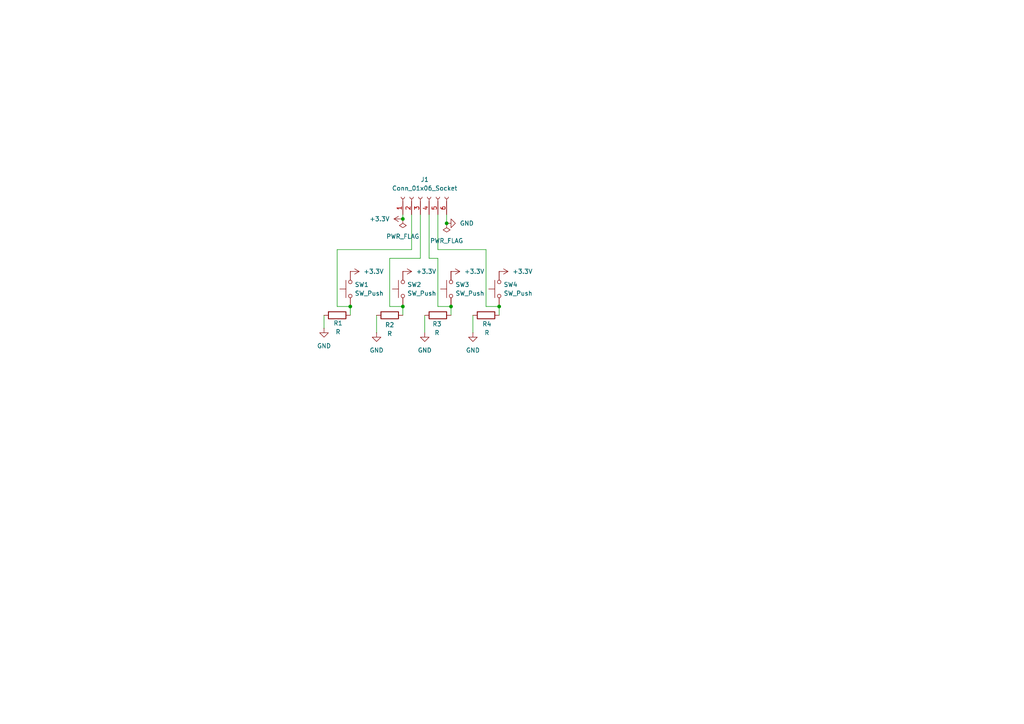
<source format=kicad_sch>
(kicad_sch (version 20250114) (generator "eeschema") (generator_version "9.0")
  (paper "A4")
  (lib_symbols
    (symbol "Connector:Conn_01x06_Socket" (pin_names (offset 1.016) (hide yes))
      (property "Reference" "J" (at 0 7.62 0))
      (property "Value" "Conn_01x06_Socket" (at 0 -10.16 0))
      (symbol "Conn_01x06_Socket_1_1"
        (polyline (pts (xy -1.27 5.08) (xy -0.508 5.08)) (stroke (width 0.1524)))
        (polyline (pts (xy -1.27 2.54) (xy -0.508 2.54)) (stroke (width 0.1524)))
        (polyline (pts (xy -1.27 0) (xy -0.508 0)) (stroke (width 0.1524)))
        (polyline (pts (xy -1.27 -2.54) (xy -0.508 -2.54)) (stroke (width 0.1524)))
        (polyline (pts (xy -1.27 -5.08) (xy -0.508 -5.08)) (stroke (width 0.1524)))
        (polyline (pts (xy -1.27 -7.62) (xy -0.508 -7.62)) (stroke (width 0.1524)))
        (arc (start 0 4.572) (mid -0.5058 5.08) (end 0 5.588) (stroke (width 0.1524)))
        (arc (start 0 2.032) (mid -0.5058 2.54) (end 0 3.048) (stroke (width 0.1524)))
        (arc (start 0 -0.508) (mid -0.5058 0) (end 0 0.508) (stroke (width 0.1524)))
        (arc (start 0 -3.048) (mid -0.5058 -2.54) (end 0 -2.032) (stroke (width 0.1524)))
        (arc (start 0 -5.588) (mid -0.5058 -5.08) (end 0 -4.572) (stroke (width 0.1524)))
        (arc (start 0 -8.128) (mid -0.5058 -7.62) (end 0 -7.112) (stroke (width 0.1524)))
        (pin passive line (at -5.08 5.08 0) (length 3.81) (name "Pin_1") (number "1"))
        (pin passive line (at -5.08 2.54 0) (length 3.81) (name "Pin_2") (number "2"))
        (pin passive line (at -5.08 0 0) (length 3.81) (name "Pin_3") (number "3"))
        (pin passive line (at -5.08 -2.54 0) (length 3.81) (name "Pin_4") (number "4"))
        (pin passive line (at -5.08 -5.08 0) (length 3.81) (name "Pin_5") (number "5"))
        (pin passive line (at -5.08 -7.62 0) (length 3.81) (name "Pin_6") (number "6"))
      )
    )
    (symbol "Device:R" (pin_numbers (hide yes)) (pin_names (offset 0))
      (property "Reference" "R" (at 2.032 0 90))
      (property "Value" "R" (at 0 0 90))
      (symbol "R_0_1"
        (rectangle (start -1.016 -2.54) (end 1.016 2.54) (stroke (width 0.254)))
      )
      (symbol "R_1_1"
        (pin passive line (at 0 3.81 270) (length 1.27) (name "~") (number "1"))
        (pin passive line (at 0 -3.81 90) (length 1.27) (name "~") (number "2"))
      )
    )
    (symbol "Switch:SW_Push" (pin_numbers (hide yes)) (pin_names (offset 1.016) (hide yes))
      (property "Reference" "SW" (at 1.27 2.54 0))
      (property "Value" "SW_Push" (at 0 -1.524 0))
      (symbol "SW_Push_0_1"
        (circle (center -2.032 0) (radius 0.508))
        (polyline (pts (xy 0 1.27) (xy 0 3.048)))
        (circle (center 2.032 0) (radius 0.508))
        (polyline (pts (xy 2.54 1.27) (xy -2.54 1.27)))
        (pin passive line (at -5.08 0 0) (length 2.54) (name "1") (number "1"))
        (pin passive line (at 5.08 0 180) (length 2.54) (name "2") (number "2"))
      )
    )
    (symbol "power:+3.3V" (power) (pin_numbers (hide yes)) (pin_names (offset 0) (hide yes))
      (property "Value" "+3.3V" (at 0 3.556 0))
      (symbol "+3.3V_0_1"
        (polyline (pts (xy -0.762 1.27) (xy 0 2.54)))
        (polyline (pts (xy 0 2.54) (xy 0.762 1.27)))
        (polyline (pts (xy 0 0) (xy 0 2.54)))
      )
      (symbol "+3.3V_1_1"
        (pin power_in line (at 0 0 90) (length 0) (name "~") (number "1"))
      )
    )
    (symbol "power:GND" (power) (pin_numbers (hide yes)) (pin_names (offset 0) (hide yes))
      (property "Value" "GND" (at 0 -3.81 0))
      (symbol "GND_0_1"
        (polyline (pts (xy 0 0) (xy 0 -1.27) (xy 1.27 -1.27) (xy 0 -2.54) (xy -1.27 -1.27) (xy 0 -1.27)))
      )
      (symbol "GND_1_1"
        (pin power_in line (at 0 0 270) (length 0) (name "~") (number "1"))
      )
    )
    (symbol "power:PWR_FLAG" (power) (pin_numbers (hide yes)) (pin_names (offset 0) (hide yes))
      (property "Value" "PWR_FLAG" (at 0 3.81 0))
      (symbol "PWR_FLAG_0_0"
        (pin power_out line (at 0 0 90) (length 0) (name "~") (number "1"))
      )
      (symbol "PWR_FLAG_0_1"
        (polyline (pts (xy 0 0) (xy 0 1.27) (xy -1.016 1.905) (xy 0 2.54) (xy 1.016 1.905) (xy 0 1.27)))
      )
    )
  )
  (junction (at 101.6 88.9))
  (junction (at 144.78 88.9))
  (junction (at 130.81 88.9))
  (junction (at 129.54 64.77))
  (junction (at 116.84 63.5))
  (junction (at 116.84 88.9))
  (wire (pts (xy 121.92 74.93) (xy 113.03 74.93)))
  (wire (pts (xy 93.98 91.44) (xy 93.98 95.25)))
  (wire (pts (xy 127 88.9) (xy 130.81 88.9)))
  (wire (pts (xy 130.81 88.9) (xy 130.81 91.44)))
  (wire (pts (xy 116.84 63.5) (xy 116.84 62.23)))
  (wire (pts (xy 113.03 88.9) (xy 116.84 88.9)))
  (wire (pts (xy 116.84 88.9) (xy 116.84 91.44)))
  (wire (pts (xy 140.97 88.9) (xy 144.78 88.9)))
  (wire (pts (xy 101.6 88.9) (xy 101.6 91.44)))
  (wire (pts (xy 137.16 91.44) (xy 137.16 96.52)))
  (wire (pts (xy 119.38 72.39) (xy 97.79 72.39)))
  (wire (pts (xy 140.97 72.39) (xy 140.97 88.9)))
  (wire (pts (xy 127 72.39) (xy 140.97 72.39)))
  (wire (pts (xy 127 74.93) (xy 127 88.9)))
  (wire (pts (xy 119.38 62.23) (xy 119.38 72.39)))
  (wire (pts (xy 113.03 74.93) (xy 113.03 88.9)))
  (wire (pts (xy 124.46 62.23) (xy 124.46 74.93)))
  (wire (pts (xy 129.54 64.77) (xy 129.54 62.23)))
  (wire (pts (xy 124.46 74.93) (xy 127 74.93)))
  (wire (pts (xy 144.78 88.9) (xy 144.78 91.44)))
  (wire (pts (xy 97.79 72.39) (xy 97.79 88.9)))
  (wire (pts (xy 123.19 91.44) (xy 123.19 96.52)))
  (wire (pts (xy 127 62.23) (xy 127 72.39)))
  (wire (pts (xy 109.22 91.44) (xy 109.22 96.52)))
  (wire (pts (xy 97.79 88.9) (xy 101.6 88.9)))
  (wire (pts (xy 121.92 62.23) (xy 121.92 74.93)))
  (symbol (lib_id "power:+3.3V") (at 101.6 78.74 270) (unit 1)
    (property "Reference" "#PWR07" (effects (hide yes)))
    (property "Value" "+3.3V" (at 105.41 78.7399 90) (effects (justify left)))
    (property "Description" "Power symbol creates a global label with name \"+3.3V\"" (effects (hide yes)))
  )
  (symbol (lib_id "Switch:SW_Push") (at 116.84 83.82 90) (unit 1)
    (property "Reference" "SW2" (at 118.11 82.5499 90) (effects (justify right)))
    (property "Value" "SW_Push" (at 118.11 85.0899 90) (effects (justify right)))
    (property "Footprint" "Button_Switch_THT:SW_PUSH_6mm_H4.3mm" (effects (hide yes)))
    (property "Description" "Push button switch, generic, two pins" (effects (hide yes)))
  )
  (symbol (lib_id "power:+3.3V") (at 144.78 78.74 270) (unit 1)
    (property "Reference" "#PWR010" (effects (hide yes)))
    (property "Value" "+3.3V" (at 148.59 78.7399 90) (effects (justify left)))
    (property "Description" "Power symbol creates a global label with name \"+3.3V\"" (effects (hide yes)))
  )
  (symbol (lib_id "power:+3.3V") (at 116.84 63.5 90) (unit 1)
    (property "Reference" "#PWR06" (effects (hide yes)))
    (property "Value" "+3.3V" (at 113.03 63.4999 90) (effects (justify left)))
    (property "Description" "Power symbol creates a global label with name \"+3.3V\"" (effects (hide yes)))
  )
  (symbol (lib_id "Switch:SW_Push") (at 144.78 83.82 90) (unit 1)
    (property "Reference" "SW4" (at 146.05 82.5499 90) (effects (justify right)))
    (property "Value" "SW_Push" (at 146.05 85.0899 90) (effects (justify right)))
    (property "Footprint" "Button_Switch_THT:SW_PUSH_6mm_H4.3mm" (effects (hide yes)))
    (property "Description" "Push button switch, generic, two pins" (effects (hide yes)))
  )
  (symbol (lib_id "power:GND") (at 109.22 96.52 0) (unit 1)
    (property "Reference" "#PWR02" (effects (hide yes)))
    (property "Value" "GND" (at 109.22 101.6 0))
    (property "Description" "Power symbol creates a global label with name \"GND\" , ground" (effects (hide yes)))
  )
  (symbol (lib_id "power:GND") (at 93.98 95.25 0) (unit 1)
    (property "Reference" "#PWR01" (effects (hide yes)))
    (property "Value" "GND" (at 93.98 100.33 0))
    (property "Description" "Power symbol creates a global label with name \"GND\" , ground" (effects (hide yes)))
  )
  (symbol (lib_id "power:PWR_FLAG") (at 116.84 63.5 180) (unit 1)
    (property "Reference" "#FLG02" (effects (hide yes)))
    (property "Value" "PWR_FLAG" (at 116.84 68.58 0))
    (property "Description" "Special symbol for telling ERC where power comes from" (effects (hide yes)))
  )
  (symbol (lib_id "Switch:SW_Push") (at 101.6 83.82 90) (unit 1)
    (property "Reference" "SW1" (at 102.87 82.5499 90) (effects (justify right)))
    (property "Value" "SW_Push" (at 102.87 85.0899 90) (effects (justify right)))
    (property "Footprint" "Button_Switch_THT:SW_PUSH_6mm_H4.3mm" (effects (hide yes)))
    (property "Description" "Push button switch, generic, two pins" (effects (hide yes)))
  )
  (symbol (lib_id "power:PWR_FLAG") (at 129.54 64.77 180) (unit 1)
    (property "Reference" "#FLG01" (effects (hide yes)))
    (property "Value" "PWR_FLAG" (at 129.54 69.85 0))
    (property "Description" "Special symbol for telling ERC where power comes from" (effects (hide yes)))
  )
  (symbol (lib_id "Device:R") (at 97.79 91.44 90) (unit 1)
    (property "Reference" "R1" (at 98.044 93.726 90))
    (property "Value" "R" (at 98.044 96.266 90))
    (property "Footprint" "Resistor_THT:R_Axial_DIN0207_L6.3mm_D2.5mm_P2.54mm_Vertical" (effects (hide yes)))
    (property "Description" "Resistor" (effects (hide yes)))
  )
  (symbol (lib_id "power:GND") (at 129.54 64.77 90) (unit 1)
    (property "Reference" "#PWR05" (effects (hide yes)))
    (property "Value" "GND" (at 133.35 64.7699 90) (effects (justify right)))
    (property "Description" "Power symbol creates a global label with name \"GND\" , ground" (effects (hide yes)))
  )
  (symbol (lib_id "power:GND") (at 137.16 96.52 0) (unit 1)
    (property "Reference" "#PWR04" (effects (hide yes)))
    (property "Value" "GND" (at 137.16 101.6 0))
    (property "Description" "Power symbol creates a global label with name \"GND\" , ground" (effects (hide yes)))
  )
  (symbol (lib_id "Device:R") (at 127 91.44 270) (unit 1)
    (property "Reference" "R3" (at 126.746 93.98 90))
    (property "Value" "R" (at 126.746 96.52 90))
    (property "Footprint" "Resistor_THT:R_Axial_DIN0207_L6.3mm_D2.5mm_P2.54mm_Vertical" (effects (hide yes)))
    (property "Description" "Resistor" (effects (hide yes)))
  )
  (symbol (lib_id "power:+3.3V") (at 130.81 78.74 270) (unit 1)
    (property "Reference" "#PWR09" (effects (hide yes)))
    (property "Value" "+3.3V" (at 134.62 78.7399 90) (effects (justify left)))
    (property "Description" "Power symbol creates a global label with name \"+3.3V\"" (effects (hide yes)))
  )
  (symbol (lib_id "Connector:Conn_01x06_Socket") (at 121.92 57.15 90) (unit 1)
    (property "Reference" "J1" (at 123.19 52.07 90))
    (property "Value" "Conn_01x06_Socket" (at 123.19 54.61 90))
    (property "Footprint" "Connector_JST:JST_XH_B6B-XH-A_1x06_P2.50mm_Vertical" (effects (hide yes)))
    (property "Description" "Generic connector, single row, 01x06, script generated" (effects (hide yes)))
  )
  (symbol (lib_id "power:+3.3V") (at 116.84 78.74 270) (unit 1)
    (property "Reference" "#PWR08" (effects (hide yes)))
    (property "Value" "+3.3V" (at 120.65 78.7399 90) (effects (justify left)))
    (property "Description" "Power symbol creates a global label with name \"+3.3V\"" (effects (hide yes)))
  )
  (symbol (lib_id "power:GND") (at 123.19 96.52 0) (unit 1)
    (property "Reference" "#PWR03" (effects (hide yes)))
    (property "Value" "GND" (at 123.19 101.6 0))
    (property "Description" "Power symbol creates a global label with name \"GND\" , ground" (effects (hide yes)))
  )
  (symbol (lib_id "Device:R") (at 113.03 91.44 90) (unit 1)
    (property "Reference" "R2" (at 113.03 94.234 90))
    (property "Value" "R" (at 113.03 96.774 90))
    (property "Footprint" "Resistor_THT:R_Axial_DIN0207_L6.3mm_D2.5mm_P2.54mm_Vertical" (effects (hide yes)))
    (property "Description" "Resistor" (effects (hide yes)))
  )
  (symbol (lib_id "Device:R") (at 140.97 91.44 90) (unit 1)
    (property "Reference" "R4" (at 141.224 93.98 90))
    (property "Value" "R" (at 141.224 96.52 90))
    (property "Footprint" "Resistor_THT:R_Axial_DIN0207_L6.3mm_D2.5mm_P2.54mm_Vertical" (effects (hide yes)))
    (property "Description" "Resistor" (effects (hide yes)))
  )
  (symbol (lib_id "Switch:SW_Push") (at 130.81 83.82 90) (unit 1)
    (property "Reference" "SW3" (at 132.08 82.5499 90) (effects (justify right)))
    (property "Value" "SW_Push" (at 132.08 85.0899 90) (effects (justify right)))
    (property "Footprint" "Button_Switch_THT:SW_PUSH_6mm_H4.3mm" (effects (hide yes)))
    (property "Description" "Push button switch, generic, two pins" (effects (hide yes)))
  )
)
</source>
